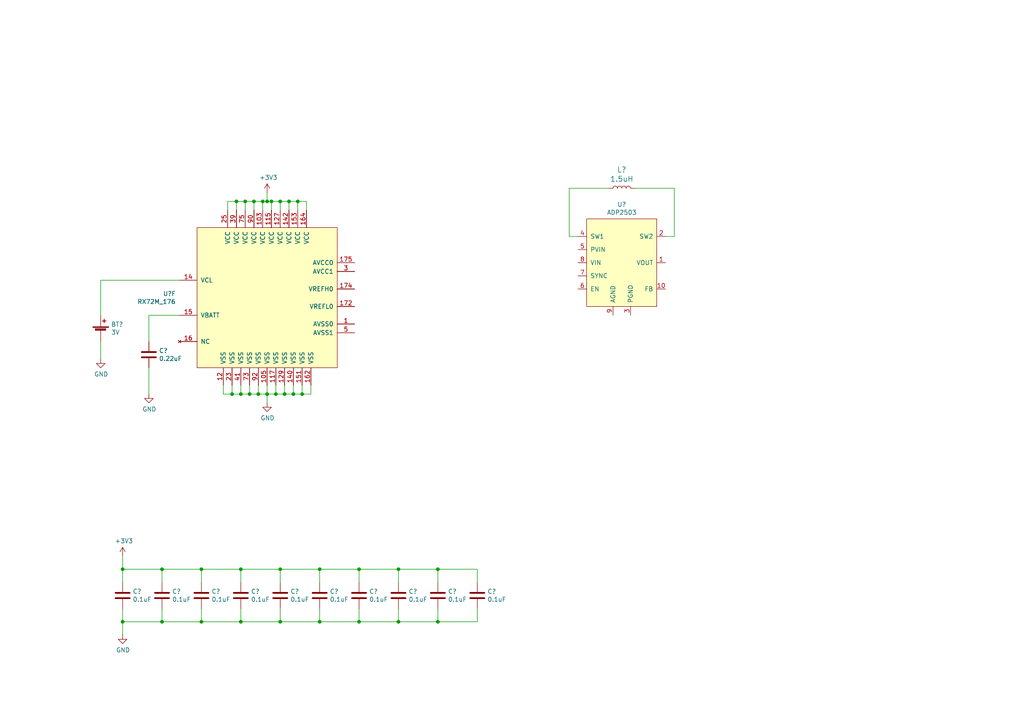
<source format=kicad_sch>
(kicad_sch (version 20211123) (generator eeschema)
  (paper "A4")
  (lib_symbols
    (symbol "Device:Battery_Cell" (pin_numbers hide) (pin_names (offset 0) hide)
      (property "Reference" "BT" (at 2.54 2.54 0))
      (property "Value" "Battery_Cell" (at 2.54 0 0))
      (symbol "Battery_Cell_0_1"
        (rectangle (start -2.286 1.778) (end 2.286 1.524) (fill (type outline)))
        (rectangle (start -1.5748 1.1938) (end 1.4732 0.6858) (fill (type outline)))
        (polyline (pts (xy 0 0.762) (xy 0 0)))
        (polyline (pts (xy 0 1.778) (xy 0 2.54)))
        (polyline (pts (xy 0.508 3.429) (xy 1.524 3.429)) (stroke (width 0.254)))
        (polyline (pts (xy 1.016 3.937) (xy 1.016 2.921)) (stroke (width 0.254)))
      )
      (symbol "Battery_Cell_1_1"
        (pin passive line (at 0 5.08 270) (length 2.54) (name "+") (number "1"))
        (pin passive line (at 0 -2.54 90) (length 2.54) (name "-") (number "2"))
      )
    )
    (symbol "Device:C" (pin_numbers hide) (pin_names (offset 0.254))
      (property "Reference" "C" (at 0.635 2.54 0))
      (property "Value" "C" (at 0.635 -2.54 0))
      (symbol "C_0_1"
        (polyline (pts (xy -2.032 -0.762) (xy 2.032 -0.762)) (stroke (width 0.508)))
        (polyline (pts (xy -2.032 0.762) (xy 2.032 0.762)) (stroke (width 0.508)))
      )
      (symbol "C_1_1"
        (pin passive line (at 0 3.81 270) (length 2.794) (name "~") (number "1"))
        (pin passive line (at 0 -3.81 90) (length 2.794) (name "~") (number "2"))
      )
    )
    (symbol "akizuki:L" (pin_numbers hide) (pin_names (offset 1.016))
      (property "Reference" "L" (at 2.54 1.27 0))
      (property "Value" "akizuki_L" (at -2.54 -1.27 0))
      (symbol "L_0_0"
        (arc (start 0 -1.27) (mid -0.635 -1.905) (end 0 -2.54))
        (arc (start 0 0) (mid -0.635 -0.635) (end 0 -1.27))
        (arc (start 0 1.27) (mid -0.635 0.635) (end 0 0))
        (arc (start 0 2.54) (mid -0.635 1.905) (end 0 1.27))
      )
      (symbol "L_1_1"
        (pin passive line (at 0 -3.81 90) (length 1.27) (name "~") (number "1"))
        (pin passive line (at 0 3.81 270) (length 1.27) (name "~") (number "2"))
      )
    )
    (symbol "analog:ADP2503" (pin_names (offset 1.016))
      (property "Reference" "U" (at 8.89 13.97 0))
      (property "Value" "analog_ADP2503" (at -10.16 -13.97 0))
      (symbol "ADP2503_0_1"
        (rectangle (start -10.16 12.7) (end 10.16 -12.7) (fill (type background)))
      )
      (symbol "ADP2503_1_1"
        (pin output line (at 12.7 0 180) (length 2.54) (name "VOUT") (number "1"))
        (pin input line (at 12.7 -7.62 180) (length 2.54) (name "FB") (number "10"))
        (pin passive line (at 12.7 7.62 180) (length 2.54) (name "SW2") (number "2"))
        (pin power_in line (at 2.54 -15.24 90) (length 2.54) (name "PGND") (number "3"))
        (pin passive line (at -12.7 7.62 0) (length 2.54) (name "SW1") (number "4"))
        (pin input line (at -12.7 3.81 0) (length 2.54) (name "PVIN") (number "5"))
        (pin input line (at -12.7 -7.62 0) (length 2.54) (name "EN") (number "6"))
        (pin input line (at -12.7 -3.81 0) (length 2.54) (name "SYNC") (number "7"))
        (pin input line (at -12.7 0 0) (length 2.54) (name "VIN") (number "8"))
        (pin power_in line (at -2.54 -15.24 90) (length 2.54) (name "AGND") (number "9"))
      )
    )
    (symbol "power:+3.3V" (power) (pin_names (offset 0))
      (property "Value" "+3.3V" (at 0 3.556 0))
      (symbol "+3.3V_0_1"
        (polyline (pts (xy -0.762 1.27) (xy 0 2.54)))
        (polyline (pts (xy 0 0) (xy 0 2.54)))
        (polyline (pts (xy 0 2.54) (xy 0.762 1.27)))
      )
      (symbol "+3.3V_1_1"
        (pin power_in line (at 0 0 90) (length 0) hide (name "+3V3") (number "1"))
      )
    )
    (symbol "power:GND" (power) (pin_names (offset 0))
      (property "Value" "GND" (at 0 -3.81 0))
      (symbol "GND_0_1"
        (polyline (pts (xy 0 0) (xy 0 -1.27) (xy 1.27 -1.27) (xy 0 -2.54) (xy -1.27 -1.27) (xy 0 -1.27)))
      )
      (symbol "GND_1_1"
        (pin power_in line (at 0 0 270) (length 0) hide (name "GND") (number "1"))
      )
    )
    (symbol "renesas:RX72M_176" (pin_names (offset 1.016))
      (property "Reference" "U" (at 0 53.34 0))
      (property "Value" "renesas_RX72M_176" (at 0 -53.34 0))
      (symbol "RX72M_176_1_1"
        (rectangle (start -10.16 12.7) (end 10.16 -12.7) (fill (type background)))
        (pin bidirectional line (at -15.24 0 0) (length 5.08) (name "EMLE") (number "10"))
        (pin bidirectional line (at -15.24 -5.08 0) (length 5.08) (name "MD/FINED") (number "18"))
        (pin passive line (at 15.24 7.62 180) (length 5.08) (name "XCIN") (number "19"))
        (pin passive line (at 15.24 2.54 180) (length 5.08) (name "XCOUT") (number "20"))
        (pin input line (at -15.24 5.08 0) (length 5.08) (name "~{RES}") (number "21"))
        (pin passive line (at 15.24 -2.54 180) (length 5.08) (name "XTAL") (number "22"))
        (pin passive line (at 15.24 -7.62 180) (length 5.08) (name "EXTAL") (number "24"))
      )
      (symbol "RX72M_176_2_1"
        (rectangle (start -10.16 52.07) (end 10.16 -52.07) (fill (type background)))
        (pin bidirectional line (at 15.24 41.91 180) (length 5.08) (name "P72") (number "101"))
        (pin bidirectional line (at 15.24 44.45 180) (length 5.08) (name "P71") (number "102"))
        (pin bidirectional line (at 15.24 3.81 180) (length 5.08) (name "P67") (number "120"))
        (pin bidirectional line (at 15.24 6.35 180) (length 5.08) (name "P66") (number "122"))
        (pin bidirectional line (at 15.24 8.89 180) (length 5.08) (name "P65") (number "124"))
        (pin bidirectional line (at 15.24 46.99 180) (length 5.08) (name "P70") (number "128"))
        (pin bidirectional line (at 15.24 11.43 180) (length 5.08) (name "P64") (number "136"))
        (pin bidirectional line (at 15.24 13.97 180) (length 5.08) (name "P63") (number "137"))
        (pin bidirectional line (at 15.24 16.51 180) (length 5.08) (name "P62") (number "138"))
        (pin bidirectional line (at 15.24 19.05 180) (length 5.08) (name "P61") (number "139"))
        (pin bidirectional line (at 15.24 21.59 180) (length 5.08) (name "P60") (number "141"))
        (pin bidirectional line (at 15.24 -46.99 180) (length 5.08) (name "P47") (number "165"))
        (pin bidirectional line (at 15.24 -44.45 180) (length 5.08) (name "P46") (number "166"))
        (pin bidirectional line (at 15.24 -41.91 180) (length 5.08) (name "P45") (number "167"))
        (pin bidirectional line (at 15.24 -39.37 180) (length 5.08) (name "P44") (number "168"))
        (pin bidirectional line (at 15.24 -36.83 180) (length 5.08) (name "P43") (number "169"))
        (pin bidirectional line (at 15.24 -34.29 180) (length 5.08) (name "P42") (number "170"))
        (pin bidirectional line (at 15.24 -31.75 180) (length 5.08) (name "P41") (number "171"))
        (pin bidirectional line (at 15.24 -29.21 180) (length 5.08) (name "P40") (number "173"))
        (pin bidirectional line (at -15.24 29.21 0) (length 5.08) (name "P07") (number "176"))
        (pin bidirectional line (at -15.24 34.29 0) (length 5.08) (name "P05") (number "2"))
        (pin bidirectional line (at -15.24 -41.91 0) (length 5.08) (name "P35") (number "26"))
        (pin bidirectional line (at -15.24 -39.37 0) (length 5.08) (name "P34") (number "27"))
        (pin bidirectional line (at -15.24 -36.83 0) (length 5.08) (name "P33") (number "28"))
        (pin bidirectional line (at -15.24 -34.29 0) (length 5.08) (name "P32") (number "29"))
        (pin bidirectional line (at -15.24 -31.75 0) (length 5.08) (name "P31") (number "32"))
        (pin bidirectional line (at -15.24 -29.21 0) (length 5.08) (name "P30") (number "33"))
        (pin bidirectional line (at -15.24 -21.59 0) (length 5.08) (name "P27") (number "36"))
        (pin bidirectional line (at -15.24 -19.05 0) (length 5.08) (name "P26") (number "37"))
        (pin bidirectional line (at -15.24 -16.51 0) (length 5.08) (name "P25") (number "38"))
        (pin bidirectional line (at -15.24 39.37 0) (length 5.08) (name "P03") (number "4"))
        (pin bidirectional line (at -15.24 -13.97 0) (length 5.08) (name "P24") (number "40"))
        (pin bidirectional line (at -15.24 -11.43 0) (length 5.08) (name "P23") (number "42"))
        (pin bidirectional line (at -15.24 -8.89 0) (length 5.08) (name "P22") (number "43"))
        (pin bidirectional line (at -15.24 -6.35 0) (length 5.08) (name "P21") (number "44"))
        (pin bidirectional line (at -15.24 -3.81 0) (length 5.08) (name "P20") (number "45"))
        (pin bidirectional line (at -15.24 3.81 0) (length 5.08) (name "P17") (number "46"))
        (pin bidirectional line (at -15.24 6.35 0) (length 5.08) (name "P16") (number "48"))
        (pin bidirectional line (at -15.24 8.89 0) (length 5.08) (name "P15") (number "50"))
        (pin bidirectional line (at -15.24 11.43 0) (length 5.08) (name "P14") (number "51"))
        (pin bidirectional line (at -15.24 13.97 0) (length 5.08) (name "P13") (number "52"))
        (pin bidirectional line (at -15.24 16.51 0) (length 5.08) (name "P12") (number "53"))
        (pin bidirectional line (at -15.24 41.91 0) (length 5.08) (name "P02") (number "6"))
        (pin bidirectional line (at 15.24 -21.59 180) (length 5.08) (name "P57") (number "63"))
        (pin bidirectional line (at 15.24 -19.05 180) (length 5.08) (name "P56") (number "64"))
        (pin bidirectional line (at 15.24 -16.51 180) (length 5.08) (name "P55") (number "65"))
        (pin bidirectional line (at 15.24 -13.97 180) (length 5.08) (name "P54") (number "66"))
        (pin bidirectional line (at -15.24 19.05 0) (length 5.08) (name "P11") (number "67"))
        (pin bidirectional line (at -15.24 21.59 0) (length 5.08) (name "P10") (number "68"))
        (pin bidirectional line (at 15.24 -11.43 180) (length 5.08) (name "P53") (number "69"))
        (pin bidirectional line (at -15.24 44.45 0) (length 5.08) (name "P01") (number "7"))
        (pin bidirectional line (at 15.24 -8.89 180) (length 5.08) (name "P52") (number "70"))
        (pin bidirectional line (at 15.24 -6.35 180) (length 5.08) (name "P51") (number "71"))
        (pin bidirectional line (at 15.24 -3.81 180) (length 5.08) (name "P50") (number "72"))
        (pin bidirectional line (at -15.24 46.99 0) (length 5.08) (name "P00") (number "8"))
        (pin bidirectional line (at 15.24 29.21 180) (length 5.08) (name "P77") (number "84"))
        (pin bidirectional line (at 15.24 31.75 180) (length 5.08) (name "P76") (number "85"))
        (pin bidirectional line (at 15.24 34.29 180) (length 5.08) (name "P75") (number "87"))
        (pin bidirectional line (at 15.24 36.83 180) (length 5.08) (name "P74") (number "88"))
        (pin bidirectional line (at 15.24 39.37 180) (length 5.08) (name "P73") (number "93"))
      )
      (symbol "RX72M_176_3_1"
        (rectangle (start -10.16 52.07) (end 10.16 -52.07) (fill (type background)))
        (pin bidirectional line (at -15.24 -31.75 0) (length 5.08) (name "PB1") (number "100"))
        (pin bidirectional line (at -15.24 -29.21 0) (length 5.08) (name "PB0") (number "104"))
        (pin bidirectional line (at -15.24 -21.59 0) (length 5.08) (name "PA7") (number "106"))
        (pin bidirectional line (at -15.24 -19.05 0) (length 5.08) (name "PA6") (number "107"))
        (pin bidirectional line (at -15.24 -16.51 0) (length 5.08) (name "PA5") (number "108"))
        (pin bidirectional line (at -15.24 -13.97 0) (length 5.08) (name "PA4") (number "109"))
        (pin bidirectional line (at -15.24 -11.43 0) (length 5.08) (name "PA3") (number "110"))
        (pin bidirectional line (at -15.24 -8.89 0) (length 5.08) (name "PA2") (number "112"))
        (pin bidirectional line (at -15.24 -6.35 0) (length 5.08) (name "PA1") (number "114"))
        (pin bidirectional line (at -15.24 -3.81 0) (length 5.08) (name "PA0") (number "118"))
        (pin bidirectional line (at 15.24 3.81 180) (length 5.08) (name "PE7") (number "125"))
        (pin bidirectional line (at 15.24 6.35 180) (length 5.08) (name "PE6") (number "126"))
        (pin bidirectional line (at 15.24 8.89 180) (length 5.08) (name "PE5") (number "130"))
        (pin bidirectional line (at 15.24 11.43 180) (length 5.08) (name "PE4") (number "131"))
        (pin bidirectional line (at 15.24 13.97 180) (length 5.08) (name "PE3") (number "132"))
        (pin bidirectional line (at 15.24 16.51 180) (length 5.08) (name "PE2") (number "133"))
        (pin bidirectional line (at 15.24 19.05 180) (length 5.08) (name "PE1") (number "134"))
        (pin bidirectional line (at 15.24 21.59 180) (length 5.08) (name "PE0") (number "135"))
        (pin bidirectional line (at 15.24 -21.59 180) (length 5.08) (name "PD7") (number "143"))
        (pin bidirectional line (at 15.24 -19.05 180) (length 5.08) (name "PD6") (number "145"))
        (pin bidirectional line (at 15.24 -16.51 180) (length 5.08) (name "PD5") (number "147"))
        (pin bidirectional line (at 15.24 -13.97 180) (length 5.08) (name "PD4") (number "148"))
        (pin bidirectional line (at -15.24 3.81 0) (length 5.08) (name "P97") (number "149"))
        (pin bidirectional line (at 15.24 -11.43 180) (length 5.08) (name "PD3") (number "150"))
        (pin bidirectional line (at -15.24 6.35 0) (length 5.08) (name "P96") (number "152"))
        (pin bidirectional line (at 15.24 -8.89 180) (length 5.08) (name "PD2") (number "154"))
        (pin bidirectional line (at -15.24 8.89 0) (length 5.08) (name "P95") (number "155"))
        (pin bidirectional line (at 15.24 -6.35 180) (length 5.08) (name "PD1") (number "156"))
        (pin bidirectional line (at -15.24 11.43 0) (length 5.08) (name "P94") (number "157"))
        (pin bidirectional line (at 15.24 -3.81 180) (length 5.08) (name "PD0") (number "158"))
        (pin bidirectional line (at -15.24 13.97 0) (length 5.08) (name "P93") (number "159"))
        (pin bidirectional line (at -15.24 16.51 0) (length 5.08) (name "P92") (number "160"))
        (pin bidirectional line (at -15.24 19.05 0) (length 5.08) (name "P91") (number "161"))
        (pin bidirectional line (at -15.24 21.59 0) (length 5.08) (name "P90") (number "163"))
        (pin bidirectional line (at 15.24 36.83 180) (length 5.08) (name "PF4") (number "17"))
        (pin bidirectional line (at 15.24 39.37 180) (length 5.08) (name "PF3") (number "30"))
        (pin bidirectional line (at 15.24 41.91 180) (length 5.08) (name "PF2") (number "31"))
        (pin bidirectional line (at 15.24 44.45 180) (length 5.08) (name "PF1") (number "34"))
        (pin bidirectional line (at 15.24 46.99 180) (length 5.08) (name "PF0") (number "35"))
        (pin bidirectional line (at -15.24 29.21 0) (length 5.08) (name "P87") (number "47"))
        (pin bidirectional line (at -15.24 31.75 0) (length 5.08) (name "P86") (number "49"))
        (pin bidirectional line (at -15.24 34.29 0) (length 5.08) (name "P85") (number "61"))
        (pin bidirectional line (at -15.24 36.83 0) (length 5.08) (name "P84") (number "62"))
        (pin bidirectional line (at -15.24 39.37 0) (length 5.08) (name "P83") (number "74"))
        (pin bidirectional line (at 15.24 -46.99 180) (length 5.08) (name "PC7") (number "76"))
        (pin bidirectional line (at 15.24 -44.45 180) (length 5.08) (name "PC6") (number "77"))
        (pin bidirectional line (at 15.24 -41.91 180) (length 5.08) (name "PC5") (number "78"))
        (pin bidirectional line (at -15.24 41.91 0) (length 5.08) (name "P82") (number "79"))
        (pin bidirectional line (at -15.24 44.45 0) (length 5.08) (name "P81") (number "80"))
        (pin bidirectional line (at -15.24 46.99 0) (length 5.08) (name "P80") (number "81"))
        (pin bidirectional line (at 15.24 -39.37 180) (length 5.08) (name "PC4") (number "82"))
        (pin bidirectional line (at 15.24 -36.83 180) (length 5.08) (name "PC3") (number "83"))
        (pin bidirectional line (at 15.24 -34.29 180) (length 5.08) (name "PC2") (number "86"))
        (pin bidirectional line (at 15.24 -31.75 180) (length 5.08) (name "PC1") (number "89"))
        (pin bidirectional line (at 15.24 34.29 180) (length 5.08) (name "PF5") (number "9"))
        (pin bidirectional line (at 15.24 -29.21 180) (length 5.08) (name "PC0") (number "91"))
        (pin bidirectional line (at -15.24 -46.99 0) (length 5.08) (name "PB7") (number "94"))
        (pin bidirectional line (at -15.24 -44.45 0) (length 5.08) (name "PB6") (number "95"))
        (pin bidirectional line (at -15.24 -41.91 0) (length 5.08) (name "PB5") (number "96"))
        (pin bidirectional line (at -15.24 -39.37 0) (length 5.08) (name "PB4") (number "97"))
        (pin bidirectional line (at -15.24 -36.83 0) (length 5.08) (name "PB3") (number "98"))
        (pin bidirectional line (at -15.24 -34.29 0) (length 5.08) (name "PB2") (number "99"))
      )
      (symbol "RX72M_176_4_1"
        (rectangle (start -10.16 13.97) (end 10.16 -13.97) (fill (type background)))
        (pin bidirectional line (at 15.24 -3.81 180) (length 5.08) (name "PJ5") (number "11"))
        (pin bidirectional line (at -15.24 -8.89 0) (length 5.08) (name "PG7") (number "111"))
        (pin bidirectional line (at -15.24 -6.35 0) (length 5.08) (name "PG6") (number "113"))
        (pin bidirectional line (at -15.24 -3.81 0) (length 5.08) (name "PG5") (number "116"))
        (pin bidirectional line (at -15.24 -1.27 0) (length 5.08) (name "PG4") (number "119"))
        (pin bidirectional line (at -15.24 1.27 0) (length 5.08) (name "PG3") (number "121"))
        (pin bidirectional line (at -15.24 3.81 0) (length 5.08) (name "PG2") (number "123"))
        (pin bidirectional line (at 15.24 1.27 180) (length 5.08) (name "PJ3") (number "13"))
        (pin bidirectional line (at -15.24 6.35 0) (length 5.08) (name "PG1") (number "144"))
        (pin bidirectional line (at -15.24 8.89 0) (length 5.08) (name "PG0") (number "146"))
        (pin bidirectional line (at 15.24 3.81 180) (length 5.08) (name "PJ2") (number "58"))
        (pin bidirectional line (at 15.24 6.35 180) (length 5.08) (name "PJ1") (number "59"))
        (pin bidirectional line (at 15.24 8.89 180) (length 5.08) (name "PJ0") (number "60"))
      )
      (symbol "RX72M_176_5_1"
        (rectangle (start -10.16 13.97) (end 10.16 -13.97) (fill (type background)))
        (pin input line (at -15.24 8.89 0) (length 5.08) (name "VCC_USB") (number "54"))
        (pin input line (at -15.24 -1.27 0) (length 5.08) (name "USB0_DM") (number "55"))
        (pin input line (at -15.24 1.27 0) (length 5.08) (name "USB0_DP") (number "56"))
        (pin input line (at -15.24 -8.89 0) (length 5.08) (name "VSS_USB") (number "57"))
      )
      (symbol "RX72M_176_6_1"
        (rectangle (start -20.32 20.32) (end 20.32 -20.32) (fill (type background)))
        (pin input line (at 25.4 -7.62 180) (length 5.08) (name "AVSS0") (number "1"))
        (pin power_in line (at -1.27 25.4 270) (length 5.08) (name "VCC") (number "103"))
        (pin power_in line (at 0 -25.4 90) (length 5.08) (name "VSS") (number "105"))
        (pin power_in line (at 1.27 25.4 270) (length 5.08) (name "VCC") (number "115"))
        (pin power_in line (at 2.54 -25.4 90) (length 5.08) (name "VSS") (number "117"))
        (pin power_in line (at -12.7 -25.4 90) (length 5.08) (name "VSS") (number "12"))
        (pin power_in line (at 3.81 25.4 270) (length 5.08) (name "VCC") (number "127"))
        (pin power_in line (at 5.08 -25.4 90) (length 5.08) (name "VSS") (number "129"))
        (pin input line (at -25.4 5.08 0) (length 5.08) (name "VCL") (number "14"))
        (pin power_in line (at 7.62 -25.4 90) (length 5.08) (name "VSS") (number "140"))
        (pin power_in line (at 6.35 25.4 270) (length 5.08) (name "VCC") (number "142"))
        (pin input line (at -25.4 -5.08 0) (length 5.08) (name "VBATT") (number "15"))
        (pin power_in line (at 10.16 -25.4 90) (length 5.08) (name "VSS") (number "151"))
        (pin power_in line (at 8.89 25.4 270) (length 5.08) (name "VCC") (number "153"))
        (pin no_connect line (at -25.4 -12.7 0) (length 5.08) (name "NC") (number "16"))
        (pin power_in line (at 12.7 -25.4 90) (length 5.08) (name "VSS") (number "162"))
        (pin power_in line (at 11.43 25.4 270) (length 5.08) (name "VCC") (number "164"))
        (pin input line (at 25.4 -2.54 180) (length 5.08) (name "VREFL0") (number "172"))
        (pin input line (at 25.4 2.54 180) (length 5.08) (name "VREFH0") (number "174"))
        (pin input line (at 25.4 10.16 180) (length 5.08) (name "AVCC0") (number "175"))
        (pin power_in line (at -10.16 -25.4 90) (length 5.08) (name "VSS") (number "23"))
        (pin power_in line (at -11.43 25.4 270) (length 5.08) (name "VCC") (number "25"))
        (pin input line (at 25.4 7.62 180) (length 5.08) (name "AVCC1") (number "3"))
        (pin power_in line (at -8.89 25.4 270) (length 5.08) (name "VCC") (number "39"))
        (pin power_in line (at -7.62 -25.4 90) (length 5.08) (name "VSS") (number "41"))
        (pin input line (at 25.4 -10.16 180) (length 5.08) (name "AVSS1") (number "5"))
        (pin power_in line (at -5.08 -25.4 90) (length 5.08) (name "VSS") (number "73"))
        (pin power_in line (at -6.35 25.4 270) (length 5.08) (name "VCC") (number "75"))
        (pin power_in line (at -3.81 25.4 270) (length 5.08) (name "VCC") (number "90"))
        (pin power_in line (at -2.54 -25.4 90) (length 5.08) (name "VSS") (number "92"))
      )
    )
  )
  (junction (at 81.28 58.42))
  (junction (at 77.47 58.42))
  (junction (at 127 180.34))
  (junction (at 35.56 165.1))
  (junction (at 82.55 114.3))
  (junction (at 73.66 58.42))
  (junction (at 71.12 58.42))
  (junction (at 104.14 165.1))
  (junction (at 127 165.1))
  (junction (at 77.47 114.3))
  (junction (at 58.42 165.1))
  (junction (at 68.58 58.42))
  (junction (at 86.36 58.42))
  (junction (at 69.85 114.3))
  (junction (at 74.93 114.3))
  (junction (at 81.28 180.34))
  (junction (at 69.85 165.1))
  (junction (at 69.85 180.34))
  (junction (at 115.57 165.1))
  (junction (at 92.71 165.1))
  (junction (at 67.31 114.3))
  (junction (at 115.57 180.34))
  (junction (at 35.56 180.34))
  (junction (at 76.2 58.42))
  (junction (at 78.74 58.42))
  (junction (at 46.99 165.1))
  (junction (at 83.82 58.42))
  (junction (at 72.39 114.3))
  (junction (at 46.99 180.34))
  (junction (at 85.09 114.3))
  (junction (at 81.28 165.1))
  (junction (at 87.63 114.3))
  (junction (at 58.42 180.34))
  (junction (at 92.71 180.34))
  (junction (at 80.01 114.3))
  (junction (at 104.14 180.34))
  (wire (pts (xy 46.99 180.34) (xy 46.99 176.53)))
  (wire (pts (xy 35.56 165.1) (xy 35.56 161.29)))
  (wire (pts (xy 29.21 91.44) (xy 29.21 81.28)))
  (wire (pts (xy 167.64 68.58) (xy 165.1 68.58)))
  (wire (pts (xy 165.1 68.58) (xy 165.1 54.61)))
  (wire (pts (xy 92.71 180.34) (xy 104.14 180.34)))
  (wire (pts (xy 81.28 180.34) (xy 92.71 180.34)))
  (wire (pts (xy 78.74 58.42) (xy 81.28 58.42)))
  (wire (pts (xy 127 180.34) (xy 138.43 180.34)))
  (wire (pts (xy 87.63 114.3) (xy 87.63 111.76)))
  (wire (pts (xy 52.07 91.44) (xy 43.18 91.44)))
  (wire (pts (xy 81.28 165.1) (xy 92.71 165.1)))
  (wire (pts (xy 72.39 114.3) (xy 74.93 114.3)))
  (wire (pts (xy 80.01 114.3) (xy 82.55 114.3)))
  (wire (pts (xy 195.58 54.61) (xy 184.15 54.61)))
  (wire (pts (xy 74.93 114.3) (xy 77.47 114.3)))
  (wire (pts (xy 77.47 58.42) (xy 78.74 58.42)))
  (wire (pts (xy 67.31 111.76) (xy 67.31 114.3)))
  (wire (pts (xy 86.36 58.42) (xy 86.36 60.96)))
  (wire (pts (xy 92.71 165.1) (xy 104.14 165.1)))
  (wire (pts (xy 46.99 165.1) (xy 58.42 165.1)))
  (wire (pts (xy 87.63 114.3) (xy 90.17 114.3)))
  (wire (pts (xy 35.56 180.34) (xy 35.56 184.15)))
  (wire (pts (xy 69.85 165.1) (xy 81.28 165.1)))
  (wire (pts (xy 71.12 58.42) (xy 71.12 60.96)))
  (wire (pts (xy 35.56 165.1) (xy 46.99 165.1)))
  (wire (pts (xy 77.47 114.3) (xy 77.47 111.76)))
  (wire (pts (xy 72.39 114.3) (xy 72.39 111.76)))
  (wire (pts (xy 29.21 99.06) (xy 29.21 104.14)))
  (wire (pts (xy 69.85 114.3) (xy 69.85 111.76)))
  (wire (pts (xy 85.09 114.3) (xy 87.63 114.3)))
  (wire (pts (xy 80.01 114.3) (xy 80.01 111.76)))
  (wire (pts (xy 92.71 180.34) (xy 92.71 176.53)))
  (wire (pts (xy 58.42 165.1) (xy 69.85 165.1)))
  (wire (pts (xy 69.85 165.1) (xy 69.85 168.91)))
  (wire (pts (xy 193.04 68.58) (xy 195.58 68.58)))
  (wire (pts (xy 115.57 180.34) (xy 115.57 176.53)))
  (wire (pts (xy 115.57 180.34) (xy 127 180.34)))
  (wire (pts (xy 58.42 180.34) (xy 58.42 176.53)))
  (wire (pts (xy 104.14 180.34) (xy 115.57 180.34)))
  (wire (pts (xy 66.04 58.42) (xy 68.58 58.42)))
  (wire (pts (xy 115.57 165.1) (xy 127 165.1)))
  (wire (pts (xy 104.14 165.1) (xy 115.57 165.1)))
  (wire (pts (xy 138.43 180.34) (xy 138.43 176.53)))
  (wire (pts (xy 71.12 58.42) (xy 73.66 58.42)))
  (wire (pts (xy 76.2 58.42) (xy 77.47 58.42)))
  (wire (pts (xy 81.28 58.42) (xy 83.82 58.42)))
  (wire (pts (xy 46.99 180.34) (xy 58.42 180.34)))
  (wire (pts (xy 68.58 58.42) (xy 68.58 60.96)))
  (wire (pts (xy 74.93 114.3) (xy 74.93 111.76)))
  (wire (pts (xy 86.36 58.42) (xy 88.9 58.42)))
  (wire (pts (xy 35.56 176.53) (xy 35.56 180.34)))
  (wire (pts (xy 83.82 58.42) (xy 86.36 58.42)))
  (wire (pts (xy 92.71 165.1) (xy 92.71 168.91)))
  (wire (pts (xy 69.85 180.34) (xy 81.28 180.34)))
  (wire (pts (xy 127 165.1) (xy 138.43 165.1)))
  (wire (pts (xy 81.28 180.34) (xy 81.28 176.53)))
  (wire (pts (xy 64.77 114.3) (xy 67.31 114.3)))
  (wire (pts (xy 77.47 114.3) (xy 77.47 116.84)))
  (wire (pts (xy 138.43 165.1) (xy 138.43 168.91)))
  (wire (pts (xy 85.09 114.3) (xy 85.09 111.76)))
  (wire (pts (xy 78.74 58.42) (xy 78.74 60.96)))
  (wire (pts (xy 68.58 58.42) (xy 71.12 58.42)))
  (wire (pts (xy 35.56 180.34) (xy 46.99 180.34)))
  (wire (pts (xy 127 180.34) (xy 127 176.53)))
  (wire (pts (xy 81.28 58.42) (xy 81.28 60.96)))
  (wire (pts (xy 83.82 58.42) (xy 83.82 60.96)))
  (wire (pts (xy 104.14 165.1) (xy 104.14 168.91)))
  (wire (pts (xy 29.21 81.28) (xy 52.07 81.28)))
  (wire (pts (xy 69.85 180.34) (xy 69.85 176.53)))
  (wire (pts (xy 81.28 165.1) (xy 81.28 168.91)))
  (wire (pts (xy 58.42 165.1) (xy 58.42 168.91)))
  (wire (pts (xy 77.47 114.3) (xy 80.01 114.3)))
  (wire (pts (xy 43.18 106.68) (xy 43.18 114.3)))
  (wire (pts (xy 66.04 60.96) (xy 66.04 58.42)))
  (wire (pts (xy 73.66 58.42) (xy 73.66 60.96)))
  (wire (pts (xy 76.2 58.42) (xy 76.2 60.96)))
  (wire (pts (xy 104.14 180.34) (xy 104.14 176.53)))
  (wire (pts (xy 46.99 165.1) (xy 46.99 168.91)))
  (wire (pts (xy 43.18 91.44) (xy 43.18 99.06)))
  (wire (pts (xy 58.42 180.34) (xy 69.85 180.34)))
  (wire (pts (xy 82.55 114.3) (xy 85.09 114.3)))
  (wire (pts (xy 67.31 114.3) (xy 69.85 114.3)))
  (wire (pts (xy 195.58 68.58) (xy 195.58 54.61)))
  (wire (pts (xy 64.77 111.76) (xy 64.77 114.3)))
  (wire (pts (xy 82.55 114.3) (xy 82.55 111.76)))
  (wire (pts (xy 88.9 58.42) (xy 88.9 60.96)))
  (wire (pts (xy 115.57 165.1) (xy 115.57 168.91)))
  (wire (pts (xy 69.85 114.3) (xy 72.39 114.3)))
  (wire (pts (xy 165.1 54.61) (xy 176.53 54.61)))
  (wire (pts (xy 35.56 168.91) (xy 35.56 165.1)))
  (wire (pts (xy 73.66 58.42) (xy 76.2 58.42)))
  (wire (pts (xy 127 165.1) (xy 127 168.91)))
  (wire (pts (xy 77.47 58.42) (xy 77.47 55.88)))
  (wire (pts (xy 90.17 114.3) (xy 90.17 111.76)))
  (symbol (lib_id "power:GND") (at 77.47 116.84 0) (unit 1)
    (property "Reference" "#PWR?" (effects hide))
    (property "Value" "GND" (at 77.597 121.2342 0))
  )
  (symbol (lib_id "Device:C") (at 43.18 102.87 0) (unit 1)
    (property "Reference" "C?" (at 46.101 101.7016 0) (effects (justify left)))
    (property "Value" "0.22uF" (at 46.101 104.013 0) (effects (justify left)))
  )
  (symbol (lib_id "Device:C") (at 35.56 172.72 0) (unit 1)
    (property "Reference" "C?" (at 38.481 171.5516 0) (effects (justify left)))
    (property "Value" "0.1uF" (at 38.481 173.863 0) (effects (justify left)))
  )
  (symbol (lib_id "Device:C") (at 46.99 172.72 0) (unit 1)
    (property "Reference" "C?" (at 49.911 171.5516 0) (effects (justify left)))
    (property "Value" "0.1uF" (at 49.911 173.863 0) (effects (justify left)))
  )
  (symbol (lib_id "Device:C") (at 58.42 172.72 0) (unit 1)
    (property "Reference" "C?" (at 61.341 171.5516 0) (effects (justify left)))
    (property "Value" "0.1uF" (at 61.341 173.863 0) (effects (justify left)))
  )
  (symbol (lib_id "Device:C") (at 69.85 172.72 0) (unit 1)
    (property "Reference" "C?" (at 72.771 171.5516 0) (effects (justify left)))
    (property "Value" "0.1uF" (at 72.771 173.863 0) (effects (justify left)))
  )
  (symbol (lib_id "Device:C") (at 81.28 172.72 0) (unit 1)
    (property "Reference" "C?" (at 84.201 171.5516 0) (effects (justify left)))
    (property "Value" "0.1uF" (at 84.201 173.863 0) (effects (justify left)))
  )
  (symbol (lib_id "Device:C") (at 92.71 172.72 0) (unit 1)
    (property "Reference" "C?" (at 95.631 171.5516 0) (effects (justify left)))
    (property "Value" "0.1uF" (at 95.631 173.863 0) (effects (justify left)))
  )
  (symbol (lib_id "Device:C") (at 104.14 172.72 0) (unit 1)
    (property "Reference" "C?" (at 107.061 171.5516 0) (effects (justify left)))
    (property "Value" "0.1uF" (at 107.061 173.863 0) (effects (justify left)))
  )
  (symbol (lib_id "Device:C") (at 115.57 172.72 0) (unit 1)
    (property "Reference" "C?" (at 118.491 171.5516 0) (effects (justify left)))
    (property "Value" "0.1uF" (at 118.491 173.863 0) (effects (justify left)))
  )
  (symbol (lib_id "Device:C") (at 127 172.72 0) (unit 1)
    (property "Reference" "C?" (at 129.921 171.5516 0) (effects (justify left)))
    (property "Value" "0.1uF" (at 129.921 173.863 0) (effects (justify left)))
  )
  (symbol (lib_id "Device:C") (at 138.43 172.72 0) (unit 1)
    (property "Reference" "C?" (at 141.351 171.5516 0) (effects (justify left)))
    (property "Value" "0.1uF" (at 141.351 173.863 0) (effects (justify left)))
  )
  (symbol (lib_id "power:GND") (at 35.56 184.15 0) (unit 1)
    (property "Reference" "#PWR?" (effects hide))
    (property "Value" "GND" (at 35.687 188.5442 0))
  )
  (symbol (lib_id "power:+3.3V") (at 35.56 161.29 0) (unit 1)
    (property "Reference" "#PWR?" (effects hide))
    (property "Value" "+3.3V" (at 35.941 156.8958 0))
  )
  (symbol (lib_id "power:+3.3V") (at 77.47 55.88 0) (unit 1)
    (property "Reference" "#PWR?" (effects hide))
    (property "Value" "+3.3V" (at 77.851 51.4858 0))
  )
  (symbol (lib_id "Device:Battery_Cell") (at 29.21 96.52 0) (unit 1)
    (property "Reference" "BT?" (at 32.2072 94.0816 0) (effects (justify left)))
    (property "Value" "3V" (at 32.2072 96.393 0) (effects (justify left)))
  )
  (symbol (lib_id "power:GND") (at 29.21 104.14 0) (unit 1)
    (property "Reference" "#PWR?" (effects hide))
    (property "Value" "GND" (at 29.337 108.5342 0))
  )
  (symbol (lib_id "renesas:RX72M_176") (at 77.47 86.36 0) (unit 6)
    (property "Reference" "U?" (at 50.9778 85.1916 0) (effects (justify right)))
    (property "Value" "RX72M_176" (at 50.9778 87.503 0) (effects (justify right)))
    (property "Footprint" "Package_QFP:LQFP-176_24x24mm_P0.5mm" (effects hide))
  )
  (symbol (lib_id "power:GND") (at 43.18 114.3 0) (unit 1)
    (property "Reference" "#PWR?" (effects hide))
    (property "Value" "GND" (at 43.307 118.6942 0))
  )
  (symbol (lib_id "analog:ADP2503") (at 180.34 76.2 0) (unit 1)
    (property "Reference" "U?" (at 180.34 59.309 0))
    (property "Value" "ADP2503" (at 180.34 61.6204 0))
    (property "Datasheet" "https://www.analog.com/media/en/technical-documentation/data-sheets/ADP2503_2504.pdf" (effects hide))
  )
  (symbol (lib_id "akizuki:L") (at 180.34 54.61 270) (unit 1)
    (property "Reference" "L?" (at 180.34 49.2252 90) (effects (font (size 1.524 1.524))))
    (property "Value" "1.5uH" (at 180.34 51.9176 90) (effects (font (size 1.524 1.524))))
  )
)
</source>
